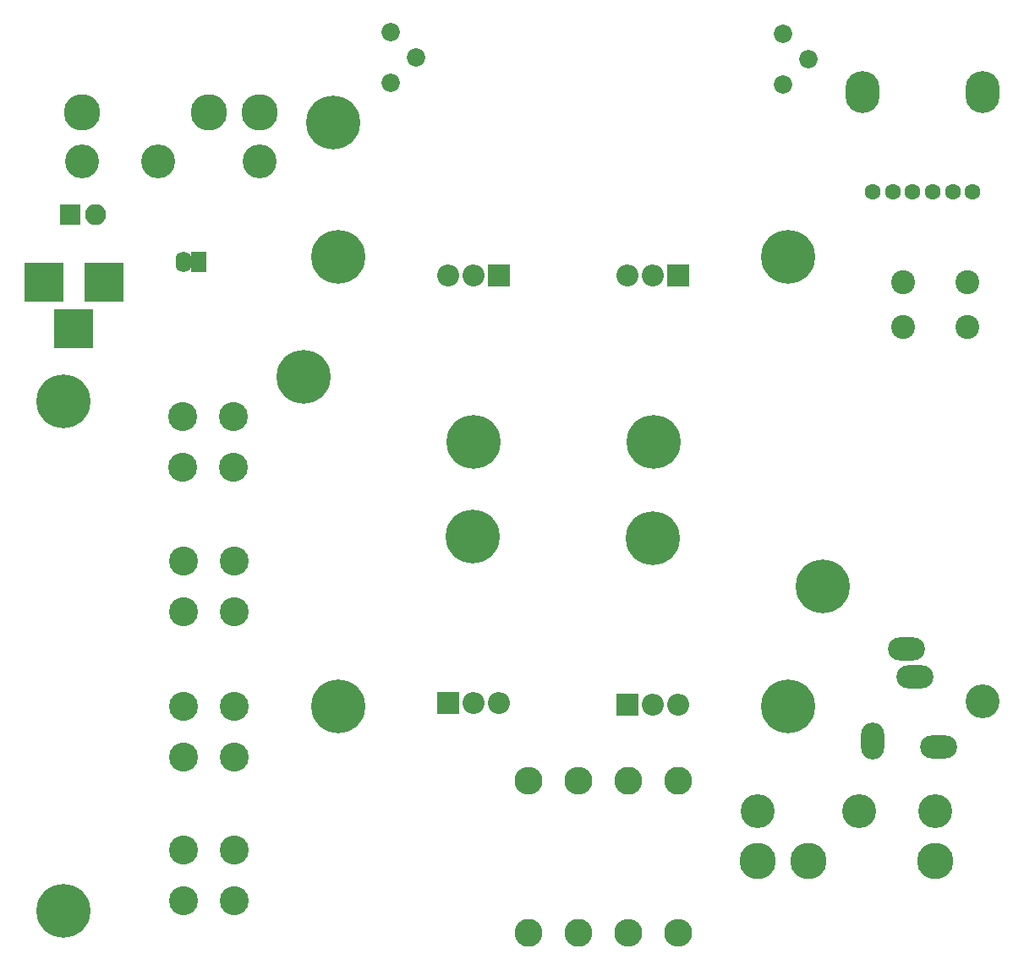
<source format=gbr>
G04 #@! TF.GenerationSoftware,KiCad,Pcbnew,(5.0.0)*
G04 #@! TF.CreationDate,2019-12-04T17:10:26-05:00*
G04 #@! TF.ProjectId,Audio Amp,417564696F20416D702E6B696361645F,rev?*
G04 #@! TF.SameCoordinates,Original*
G04 #@! TF.FileFunction,Soldermask,Bot*
G04 #@! TF.FilePolarity,Negative*
%FSLAX46Y46*%
G04 Gerber Fmt 4.6, Leading zero omitted, Abs format (unit mm)*
G04 Created by KiCad (PCBNEW (5.0.0)) date 12/04/19 17:10:26*
%MOMM*%
%LPD*%
G01*
G04 APERTURE LIST*
%ADD10O,2.200000X2.200000*%
%ADD11R,2.200000X2.200000*%
%ADD12C,5.400000*%
%ADD13C,2.800000*%
%ADD14O,2.800000X2.800000*%
%ADD15C,2.400000*%
%ADD16C,3.650000*%
%ADD17C,3.400000*%
%ADD18O,3.400000X4.200000*%
%ADD19C,1.600000*%
%ADD20C,2.900000*%
%ADD21O,1.600000X2.100000*%
%ADD22R,1.600000X2.100000*%
%ADD23O,3.400000X3.400000*%
%ADD24O,3.700000X2.300000*%
%ADD25O,2.300000X3.700000*%
%ADD26R,3.900000X3.900000*%
%ADD27C,1.840000*%
%ADD28O,2.100000X2.100000*%
%ADD29R,2.100000X2.100000*%
G04 APERTURE END LIST*
D10*
G04 #@! TO.C,Q2*
X104460000Y-110340000D03*
X107000000Y-110340000D03*
D11*
X109540000Y-110340000D03*
D12*
X107040000Y-127040000D03*
G04 #@! TD*
D10*
G04 #@! TO.C,Q3*
X109540000Y-153360000D03*
X107000000Y-153360000D03*
D11*
X104460000Y-153360000D03*
D12*
X106960000Y-136660000D03*
G04 #@! TD*
D10*
G04 #@! TO.C,Q5*
X86460000Y-110340000D03*
X89000000Y-110340000D03*
D11*
X91540000Y-110340000D03*
D12*
X89040000Y-127040000D03*
G04 #@! TD*
D10*
G04 #@! TO.C,Q6*
X91540000Y-153210000D03*
X89000000Y-153210000D03*
D11*
X86460000Y-153210000D03*
D12*
X88960000Y-136510000D03*
G04 #@! TD*
D13*
G04 #@! TO.C,R9*
X109500000Y-161000000D03*
D14*
X109500000Y-176240000D03*
G04 #@! TD*
D13*
G04 #@! TO.C,R10*
X99500000Y-176240000D03*
D14*
X99500000Y-161000000D03*
G04 #@! TD*
D13*
G04 #@! TO.C,R19*
X104500000Y-161000000D03*
D14*
X104500000Y-176240000D03*
G04 #@! TD*
D13*
G04 #@! TO.C,R20*
X94500000Y-176240000D03*
D14*
X94500000Y-161000000D03*
G04 #@! TD*
D15*
G04 #@! TO.C,SW1*
X132000000Y-115500000D03*
X132000000Y-111000000D03*
X138500000Y-115500000D03*
X138500000Y-111000000D03*
G04 #@! TD*
D16*
G04 #@! TO.C,J3*
X117500000Y-169000000D03*
X135280000Y-169000000D03*
D17*
X135280000Y-164045000D03*
X127660000Y-164045000D03*
X117500000Y-164045000D03*
D16*
X122580000Y-169000000D03*
G04 #@! TD*
G04 #@! TO.C,J4*
X67580000Y-94000000D03*
X49800000Y-94000000D03*
D17*
X49800000Y-98955000D03*
X57420000Y-98955000D03*
X67580000Y-98955000D03*
D16*
X62500000Y-94000000D03*
G04 #@! TD*
D18*
G04 #@! TO.C,RV2*
X128000000Y-92000000D03*
X140000000Y-92000000D03*
D19*
X129000000Y-102000000D03*
X131000000Y-102000000D03*
X139000000Y-102000000D03*
X137000000Y-102000000D03*
X135000000Y-102000000D03*
X133000000Y-102000000D03*
G04 #@! TD*
D20*
G04 #@! TO.C,BANANA1*
X60000000Y-173000000D03*
X65080000Y-173000000D03*
X65080000Y-167920000D03*
X60000000Y-167920000D03*
G04 #@! TD*
G04 #@! TO.C,BANANA2*
X59920000Y-129580000D03*
X65000000Y-129580000D03*
X65000000Y-124500000D03*
X59920000Y-124500000D03*
G04 #@! TD*
G04 #@! TO.C,BANANA3*
X60000000Y-158580000D03*
X65080000Y-158580000D03*
X65080000Y-153500000D03*
X60000000Y-153500000D03*
G04 #@! TD*
G04 #@! TO.C,BANANA4*
X59960000Y-144040000D03*
X65040000Y-144040000D03*
X65040000Y-138960000D03*
X59960000Y-138960000D03*
G04 #@! TD*
D12*
G04 #@! TO.C,HEATSINK1*
X120500000Y-153500000D03*
X75500000Y-153500000D03*
X75500000Y-108500000D03*
X120500000Y-108500000D03*
X72000000Y-120500000D03*
X124000000Y-141500000D03*
G04 #@! TD*
D21*
G04 #@! TO.C,J5*
X60000000Y-109000000D03*
D22*
X61500000Y-109000000D03*
G04 #@! TD*
D23*
G04 #@! TO.C,J2*
X140000000Y-153000000D03*
D24*
X133200000Y-150600000D03*
X132400000Y-147800000D03*
D25*
X129000000Y-157000000D03*
D24*
X135600000Y-157600000D03*
G04 #@! TD*
D26*
G04 #@! TO.C,J1*
X49000000Y-115700000D03*
X46000000Y-111000000D03*
X52000000Y-111000000D03*
G04 #@! TD*
D27*
G04 #@! TO.C,RV1*
X120000000Y-91250000D03*
X122540000Y-88710000D03*
X120000000Y-86170000D03*
G04 #@! TD*
G04 #@! TO.C,RV3*
X80710000Y-91040000D03*
X83250000Y-88500000D03*
X80710000Y-85960000D03*
G04 #@! TD*
D12*
G04 #@! TO.C,MNT1*
X48000000Y-123000000D03*
G04 #@! TD*
G04 #@! TO.C,MNT2*
X75000000Y-95000000D03*
G04 #@! TD*
G04 #@! TO.C,MNT3*
X48000000Y-174000000D03*
G04 #@! TD*
D28*
G04 #@! TO.C,POWERIN1*
X51190000Y-104250000D03*
D29*
X48650000Y-104250000D03*
G04 #@! TD*
M02*

</source>
